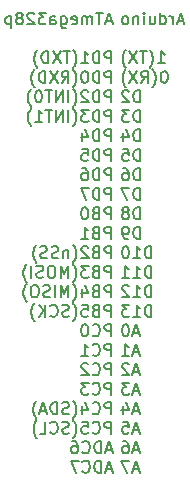
<source format=gbo>
G04 #@! TF.GenerationSoftware,KiCad,Pcbnew,(5.1.0)-1*
G04 #@! TF.CreationDate,2019-04-19T09:53:14+10:00*
G04 #@! TF.ProjectId,arduinoNanoDev,61726475-696e-46f4-9e61-6e6f4465762e,rev?*
G04 #@! TF.SameCoordinates,Original*
G04 #@! TF.FileFunction,Legend,Bot*
G04 #@! TF.FilePolarity,Positive*
%FSLAX46Y46*%
G04 Gerber Fmt 4.6, Leading zero omitted, Abs format (unit mm)*
G04 Created by KiCad (PCBNEW (5.1.0)-1) date 2019-04-19 09:53:14*
%MOMM*%
%LPD*%
G04 APERTURE LIST*
%ADD10C,0.150000*%
G04 APERTURE END LIST*
D10*
X228812023Y-57691666D02*
X228335833Y-57691666D01*
X228907261Y-57977380D02*
X228573928Y-56977380D01*
X228240595Y-57977380D01*
X228050119Y-56977380D02*
X227478690Y-56977380D01*
X227764404Y-57977380D02*
X227764404Y-56977380D01*
X227145357Y-57977380D02*
X227145357Y-57310714D01*
X227145357Y-57405952D02*
X227097738Y-57358333D01*
X227002500Y-57310714D01*
X226859642Y-57310714D01*
X226764404Y-57358333D01*
X226716785Y-57453571D01*
X226716785Y-57977380D01*
X226716785Y-57453571D02*
X226669166Y-57358333D01*
X226573928Y-57310714D01*
X226431071Y-57310714D01*
X226335833Y-57358333D01*
X226288214Y-57453571D01*
X226288214Y-57977380D01*
X225431071Y-57929761D02*
X225526309Y-57977380D01*
X225716785Y-57977380D01*
X225812023Y-57929761D01*
X225859642Y-57834523D01*
X225859642Y-57453571D01*
X225812023Y-57358333D01*
X225716785Y-57310714D01*
X225526309Y-57310714D01*
X225431071Y-57358333D01*
X225383452Y-57453571D01*
X225383452Y-57548809D01*
X225859642Y-57644047D01*
X224526309Y-57310714D02*
X224526309Y-58120238D01*
X224573928Y-58215476D01*
X224621547Y-58263095D01*
X224716785Y-58310714D01*
X224859642Y-58310714D01*
X224954880Y-58263095D01*
X224526309Y-57929761D02*
X224621547Y-57977380D01*
X224812023Y-57977380D01*
X224907261Y-57929761D01*
X224954880Y-57882142D01*
X225002500Y-57786904D01*
X225002500Y-57501190D01*
X224954880Y-57405952D01*
X224907261Y-57358333D01*
X224812023Y-57310714D01*
X224621547Y-57310714D01*
X224526309Y-57358333D01*
X223621547Y-57977380D02*
X223621547Y-57453571D01*
X223669166Y-57358333D01*
X223764404Y-57310714D01*
X223954880Y-57310714D01*
X224050119Y-57358333D01*
X223621547Y-57929761D02*
X223716785Y-57977380D01*
X223954880Y-57977380D01*
X224050119Y-57929761D01*
X224097738Y-57834523D01*
X224097738Y-57739285D01*
X224050119Y-57644047D01*
X223954880Y-57596428D01*
X223716785Y-57596428D01*
X223621547Y-57548809D01*
X223240595Y-56977380D02*
X222621547Y-56977380D01*
X222954880Y-57358333D01*
X222812023Y-57358333D01*
X222716785Y-57405952D01*
X222669166Y-57453571D01*
X222621547Y-57548809D01*
X222621547Y-57786904D01*
X222669166Y-57882142D01*
X222716785Y-57929761D01*
X222812023Y-57977380D01*
X223097738Y-57977380D01*
X223192976Y-57929761D01*
X223240595Y-57882142D01*
X222240595Y-57072619D02*
X222192976Y-57025000D01*
X222097738Y-56977380D01*
X221859642Y-56977380D01*
X221764404Y-57025000D01*
X221716785Y-57072619D01*
X221669166Y-57167857D01*
X221669166Y-57263095D01*
X221716785Y-57405952D01*
X222288214Y-57977380D01*
X221669166Y-57977380D01*
X221097738Y-57405952D02*
X221192976Y-57358333D01*
X221240595Y-57310714D01*
X221288214Y-57215476D01*
X221288214Y-57167857D01*
X221240595Y-57072619D01*
X221192976Y-57025000D01*
X221097738Y-56977380D01*
X220907261Y-56977380D01*
X220812023Y-57025000D01*
X220764404Y-57072619D01*
X220716785Y-57167857D01*
X220716785Y-57215476D01*
X220764404Y-57310714D01*
X220812023Y-57358333D01*
X220907261Y-57405952D01*
X221097738Y-57405952D01*
X221192976Y-57453571D01*
X221240595Y-57501190D01*
X221288214Y-57596428D01*
X221288214Y-57786904D01*
X221240595Y-57882142D01*
X221192976Y-57929761D01*
X221097738Y-57977380D01*
X220907261Y-57977380D01*
X220812023Y-57929761D01*
X220764404Y-57882142D01*
X220716785Y-57786904D01*
X220716785Y-57596428D01*
X220764404Y-57501190D01*
X220812023Y-57453571D01*
X220907261Y-57405952D01*
X220288214Y-57310714D02*
X220288214Y-58310714D01*
X220288214Y-57358333D02*
X220192976Y-57310714D01*
X220002500Y-57310714D01*
X219907261Y-57358333D01*
X219859642Y-57405952D01*
X219812023Y-57501190D01*
X219812023Y-57786904D01*
X219859642Y-57882142D01*
X219907261Y-57929761D01*
X220002500Y-57977380D01*
X220192976Y-57977380D01*
X220288214Y-57929761D01*
X228764404Y-61277380D02*
X228764404Y-60277380D01*
X228383452Y-60277380D01*
X228288214Y-60325000D01*
X228240595Y-60372619D01*
X228192976Y-60467857D01*
X228192976Y-60610714D01*
X228240595Y-60705952D01*
X228288214Y-60753571D01*
X228383452Y-60801190D01*
X228764404Y-60801190D01*
X227764404Y-61277380D02*
X227764404Y-60277380D01*
X227526309Y-60277380D01*
X227383452Y-60325000D01*
X227288214Y-60420238D01*
X227240595Y-60515476D01*
X227192976Y-60705952D01*
X227192976Y-60848809D01*
X227240595Y-61039285D01*
X227288214Y-61134523D01*
X227383452Y-61229761D01*
X227526309Y-61277380D01*
X227764404Y-61277380D01*
X226240595Y-61277380D02*
X226812023Y-61277380D01*
X226526309Y-61277380D02*
X226526309Y-60277380D01*
X226621547Y-60420238D01*
X226716785Y-60515476D01*
X226812023Y-60563095D01*
X225526309Y-61658333D02*
X225573928Y-61610714D01*
X225669166Y-61467857D01*
X225716785Y-61372619D01*
X225764404Y-61229761D01*
X225812023Y-60991666D01*
X225812023Y-60801190D01*
X225764404Y-60563095D01*
X225716785Y-60420238D01*
X225669166Y-60325000D01*
X225573928Y-60182142D01*
X225526309Y-60134523D01*
X225288214Y-60277380D02*
X224716785Y-60277380D01*
X225002500Y-61277380D02*
X225002500Y-60277380D01*
X224478690Y-60277380D02*
X223812023Y-61277380D01*
X223812023Y-60277380D02*
X224478690Y-61277380D01*
X223431071Y-61277380D02*
X223431071Y-60277380D01*
X223192976Y-60277380D01*
X223050119Y-60325000D01*
X222954880Y-60420238D01*
X222907261Y-60515476D01*
X222859642Y-60705952D01*
X222859642Y-60848809D01*
X222907261Y-61039285D01*
X222954880Y-61134523D01*
X223050119Y-61229761D01*
X223192976Y-61277380D01*
X223431071Y-61277380D01*
X222526309Y-61658333D02*
X222478690Y-61610714D01*
X222383452Y-61467857D01*
X222335833Y-61372619D01*
X222288214Y-61229761D01*
X222240595Y-60991666D01*
X222240595Y-60801190D01*
X222288214Y-60563095D01*
X222335833Y-60420238D01*
X222383452Y-60325000D01*
X222478690Y-60182142D01*
X222526309Y-60134523D01*
X228764404Y-62927380D02*
X228764404Y-61927380D01*
X228383452Y-61927380D01*
X228288214Y-61975000D01*
X228240595Y-62022619D01*
X228192976Y-62117857D01*
X228192976Y-62260714D01*
X228240595Y-62355952D01*
X228288214Y-62403571D01*
X228383452Y-62451190D01*
X228764404Y-62451190D01*
X227764404Y-62927380D02*
X227764404Y-61927380D01*
X227526309Y-61927380D01*
X227383452Y-61975000D01*
X227288214Y-62070238D01*
X227240595Y-62165476D01*
X227192976Y-62355952D01*
X227192976Y-62498809D01*
X227240595Y-62689285D01*
X227288214Y-62784523D01*
X227383452Y-62879761D01*
X227526309Y-62927380D01*
X227764404Y-62927380D01*
X226573928Y-61927380D02*
X226478690Y-61927380D01*
X226383452Y-61975000D01*
X226335833Y-62022619D01*
X226288214Y-62117857D01*
X226240595Y-62308333D01*
X226240595Y-62546428D01*
X226288214Y-62736904D01*
X226335833Y-62832142D01*
X226383452Y-62879761D01*
X226478690Y-62927380D01*
X226573928Y-62927380D01*
X226669166Y-62879761D01*
X226716785Y-62832142D01*
X226764404Y-62736904D01*
X226812023Y-62546428D01*
X226812023Y-62308333D01*
X226764404Y-62117857D01*
X226716785Y-62022619D01*
X226669166Y-61975000D01*
X226573928Y-61927380D01*
X225526309Y-63308333D02*
X225573928Y-63260714D01*
X225669166Y-63117857D01*
X225716785Y-63022619D01*
X225764404Y-62879761D01*
X225812023Y-62641666D01*
X225812023Y-62451190D01*
X225764404Y-62213095D01*
X225716785Y-62070238D01*
X225669166Y-61975000D01*
X225573928Y-61832142D01*
X225526309Y-61784523D01*
X224573928Y-62927380D02*
X224907261Y-62451190D01*
X225145357Y-62927380D02*
X225145357Y-61927380D01*
X224764404Y-61927380D01*
X224669166Y-61975000D01*
X224621547Y-62022619D01*
X224573928Y-62117857D01*
X224573928Y-62260714D01*
X224621547Y-62355952D01*
X224669166Y-62403571D01*
X224764404Y-62451190D01*
X225145357Y-62451190D01*
X224240595Y-61927380D02*
X223573928Y-62927380D01*
X223573928Y-61927380D02*
X224240595Y-62927380D01*
X223192976Y-62927380D02*
X223192976Y-61927380D01*
X222954880Y-61927380D01*
X222812023Y-61975000D01*
X222716785Y-62070238D01*
X222669166Y-62165476D01*
X222621547Y-62355952D01*
X222621547Y-62498809D01*
X222669166Y-62689285D01*
X222716785Y-62784523D01*
X222812023Y-62879761D01*
X222954880Y-62927380D01*
X223192976Y-62927380D01*
X222288214Y-63308333D02*
X222240595Y-63260714D01*
X222145357Y-63117857D01*
X222097738Y-63022619D01*
X222050119Y-62879761D01*
X222002500Y-62641666D01*
X222002500Y-62451190D01*
X222050119Y-62213095D01*
X222097738Y-62070238D01*
X222145357Y-61975000D01*
X222240595Y-61832142D01*
X222288214Y-61784523D01*
X228764404Y-64577380D02*
X228764404Y-63577380D01*
X228383452Y-63577380D01*
X228288214Y-63625000D01*
X228240595Y-63672619D01*
X228192976Y-63767857D01*
X228192976Y-63910714D01*
X228240595Y-64005952D01*
X228288214Y-64053571D01*
X228383452Y-64101190D01*
X228764404Y-64101190D01*
X227764404Y-64577380D02*
X227764404Y-63577380D01*
X227526309Y-63577380D01*
X227383452Y-63625000D01*
X227288214Y-63720238D01*
X227240595Y-63815476D01*
X227192976Y-64005952D01*
X227192976Y-64148809D01*
X227240595Y-64339285D01*
X227288214Y-64434523D01*
X227383452Y-64529761D01*
X227526309Y-64577380D01*
X227764404Y-64577380D01*
X226812023Y-63672619D02*
X226764404Y-63625000D01*
X226669166Y-63577380D01*
X226431071Y-63577380D01*
X226335833Y-63625000D01*
X226288214Y-63672619D01*
X226240595Y-63767857D01*
X226240595Y-63863095D01*
X226288214Y-64005952D01*
X226859642Y-64577380D01*
X226240595Y-64577380D01*
X225526309Y-64958333D02*
X225573928Y-64910714D01*
X225669166Y-64767857D01*
X225716785Y-64672619D01*
X225764404Y-64529761D01*
X225812023Y-64291666D01*
X225812023Y-64101190D01*
X225764404Y-63863095D01*
X225716785Y-63720238D01*
X225669166Y-63625000D01*
X225573928Y-63482142D01*
X225526309Y-63434523D01*
X225145357Y-64577380D02*
X225145357Y-63577380D01*
X224669166Y-64577380D02*
X224669166Y-63577380D01*
X224097738Y-64577380D01*
X224097738Y-63577380D01*
X223764404Y-63577380D02*
X223192976Y-63577380D01*
X223478690Y-64577380D02*
X223478690Y-63577380D01*
X222669166Y-63577380D02*
X222573928Y-63577380D01*
X222478690Y-63625000D01*
X222431071Y-63672619D01*
X222383452Y-63767857D01*
X222335833Y-63958333D01*
X222335833Y-64196428D01*
X222383452Y-64386904D01*
X222431071Y-64482142D01*
X222478690Y-64529761D01*
X222573928Y-64577380D01*
X222669166Y-64577380D01*
X222764404Y-64529761D01*
X222812023Y-64482142D01*
X222859642Y-64386904D01*
X222907261Y-64196428D01*
X222907261Y-63958333D01*
X222859642Y-63767857D01*
X222812023Y-63672619D01*
X222764404Y-63625000D01*
X222669166Y-63577380D01*
X222002500Y-64958333D02*
X221954880Y-64910714D01*
X221859642Y-64767857D01*
X221812023Y-64672619D01*
X221764404Y-64529761D01*
X221716785Y-64291666D01*
X221716785Y-64101190D01*
X221764404Y-63863095D01*
X221812023Y-63720238D01*
X221859642Y-63625000D01*
X221954880Y-63482142D01*
X222002500Y-63434523D01*
X228764404Y-66227380D02*
X228764404Y-65227380D01*
X228383452Y-65227380D01*
X228288214Y-65275000D01*
X228240595Y-65322619D01*
X228192976Y-65417857D01*
X228192976Y-65560714D01*
X228240595Y-65655952D01*
X228288214Y-65703571D01*
X228383452Y-65751190D01*
X228764404Y-65751190D01*
X227764404Y-66227380D02*
X227764404Y-65227380D01*
X227526309Y-65227380D01*
X227383452Y-65275000D01*
X227288214Y-65370238D01*
X227240595Y-65465476D01*
X227192976Y-65655952D01*
X227192976Y-65798809D01*
X227240595Y-65989285D01*
X227288214Y-66084523D01*
X227383452Y-66179761D01*
X227526309Y-66227380D01*
X227764404Y-66227380D01*
X226859642Y-65227380D02*
X226240595Y-65227380D01*
X226573928Y-65608333D01*
X226431071Y-65608333D01*
X226335833Y-65655952D01*
X226288214Y-65703571D01*
X226240595Y-65798809D01*
X226240595Y-66036904D01*
X226288214Y-66132142D01*
X226335833Y-66179761D01*
X226431071Y-66227380D01*
X226716785Y-66227380D01*
X226812023Y-66179761D01*
X226859642Y-66132142D01*
X225526309Y-66608333D02*
X225573928Y-66560714D01*
X225669166Y-66417857D01*
X225716785Y-66322619D01*
X225764404Y-66179761D01*
X225812023Y-65941666D01*
X225812023Y-65751190D01*
X225764404Y-65513095D01*
X225716785Y-65370238D01*
X225669166Y-65275000D01*
X225573928Y-65132142D01*
X225526309Y-65084523D01*
X225145357Y-66227380D02*
X225145357Y-65227380D01*
X224669166Y-66227380D02*
X224669166Y-65227380D01*
X224097738Y-66227380D01*
X224097738Y-65227380D01*
X223764404Y-65227380D02*
X223192976Y-65227380D01*
X223478690Y-66227380D02*
X223478690Y-65227380D01*
X222335833Y-66227380D02*
X222907261Y-66227380D01*
X222621547Y-66227380D02*
X222621547Y-65227380D01*
X222716785Y-65370238D01*
X222812023Y-65465476D01*
X222907261Y-65513095D01*
X222002500Y-66608333D02*
X221954880Y-66560714D01*
X221859642Y-66417857D01*
X221812023Y-66322619D01*
X221764404Y-66179761D01*
X221716785Y-65941666D01*
X221716785Y-65751190D01*
X221764404Y-65513095D01*
X221812023Y-65370238D01*
X221859642Y-65275000D01*
X221954880Y-65132142D01*
X222002500Y-65084523D01*
X228764404Y-67877380D02*
X228764404Y-66877380D01*
X228383452Y-66877380D01*
X228288214Y-66925000D01*
X228240595Y-66972619D01*
X228192976Y-67067857D01*
X228192976Y-67210714D01*
X228240595Y-67305952D01*
X228288214Y-67353571D01*
X228383452Y-67401190D01*
X228764404Y-67401190D01*
X227764404Y-67877380D02*
X227764404Y-66877380D01*
X227526309Y-66877380D01*
X227383452Y-66925000D01*
X227288214Y-67020238D01*
X227240595Y-67115476D01*
X227192976Y-67305952D01*
X227192976Y-67448809D01*
X227240595Y-67639285D01*
X227288214Y-67734523D01*
X227383452Y-67829761D01*
X227526309Y-67877380D01*
X227764404Y-67877380D01*
X226335833Y-67210714D02*
X226335833Y-67877380D01*
X226573928Y-66829761D02*
X226812023Y-67544047D01*
X226192976Y-67544047D01*
X228764404Y-69527380D02*
X228764404Y-68527380D01*
X228383452Y-68527380D01*
X228288214Y-68575000D01*
X228240595Y-68622619D01*
X228192976Y-68717857D01*
X228192976Y-68860714D01*
X228240595Y-68955952D01*
X228288214Y-69003571D01*
X228383452Y-69051190D01*
X228764404Y-69051190D01*
X227764404Y-69527380D02*
X227764404Y-68527380D01*
X227526309Y-68527380D01*
X227383452Y-68575000D01*
X227288214Y-68670238D01*
X227240595Y-68765476D01*
X227192976Y-68955952D01*
X227192976Y-69098809D01*
X227240595Y-69289285D01*
X227288214Y-69384523D01*
X227383452Y-69479761D01*
X227526309Y-69527380D01*
X227764404Y-69527380D01*
X226288214Y-68527380D02*
X226764404Y-68527380D01*
X226812023Y-69003571D01*
X226764404Y-68955952D01*
X226669166Y-68908333D01*
X226431071Y-68908333D01*
X226335833Y-68955952D01*
X226288214Y-69003571D01*
X226240595Y-69098809D01*
X226240595Y-69336904D01*
X226288214Y-69432142D01*
X226335833Y-69479761D01*
X226431071Y-69527380D01*
X226669166Y-69527380D01*
X226764404Y-69479761D01*
X226812023Y-69432142D01*
X228764404Y-71177380D02*
X228764404Y-70177380D01*
X228383452Y-70177380D01*
X228288214Y-70225000D01*
X228240595Y-70272619D01*
X228192976Y-70367857D01*
X228192976Y-70510714D01*
X228240595Y-70605952D01*
X228288214Y-70653571D01*
X228383452Y-70701190D01*
X228764404Y-70701190D01*
X227764404Y-71177380D02*
X227764404Y-70177380D01*
X227526309Y-70177380D01*
X227383452Y-70225000D01*
X227288214Y-70320238D01*
X227240595Y-70415476D01*
X227192976Y-70605952D01*
X227192976Y-70748809D01*
X227240595Y-70939285D01*
X227288214Y-71034523D01*
X227383452Y-71129761D01*
X227526309Y-71177380D01*
X227764404Y-71177380D01*
X226335833Y-70177380D02*
X226526309Y-70177380D01*
X226621547Y-70225000D01*
X226669166Y-70272619D01*
X226764404Y-70415476D01*
X226812023Y-70605952D01*
X226812023Y-70986904D01*
X226764404Y-71082142D01*
X226716785Y-71129761D01*
X226621547Y-71177380D01*
X226431071Y-71177380D01*
X226335833Y-71129761D01*
X226288214Y-71082142D01*
X226240595Y-70986904D01*
X226240595Y-70748809D01*
X226288214Y-70653571D01*
X226335833Y-70605952D01*
X226431071Y-70558333D01*
X226621547Y-70558333D01*
X226716785Y-70605952D01*
X226764404Y-70653571D01*
X226812023Y-70748809D01*
X228764404Y-72827380D02*
X228764404Y-71827380D01*
X228383452Y-71827380D01*
X228288214Y-71875000D01*
X228240595Y-71922619D01*
X228192976Y-72017857D01*
X228192976Y-72160714D01*
X228240595Y-72255952D01*
X228288214Y-72303571D01*
X228383452Y-72351190D01*
X228764404Y-72351190D01*
X227764404Y-72827380D02*
X227764404Y-71827380D01*
X227526309Y-71827380D01*
X227383452Y-71875000D01*
X227288214Y-71970238D01*
X227240595Y-72065476D01*
X227192976Y-72255952D01*
X227192976Y-72398809D01*
X227240595Y-72589285D01*
X227288214Y-72684523D01*
X227383452Y-72779761D01*
X227526309Y-72827380D01*
X227764404Y-72827380D01*
X226859642Y-71827380D02*
X226192976Y-71827380D01*
X226621547Y-72827380D01*
X228764404Y-74477380D02*
X228764404Y-73477380D01*
X228383452Y-73477380D01*
X228288214Y-73525000D01*
X228240595Y-73572619D01*
X228192976Y-73667857D01*
X228192976Y-73810714D01*
X228240595Y-73905952D01*
X228288214Y-73953571D01*
X228383452Y-74001190D01*
X228764404Y-74001190D01*
X227431071Y-73953571D02*
X227288214Y-74001190D01*
X227240595Y-74048809D01*
X227192976Y-74144047D01*
X227192976Y-74286904D01*
X227240595Y-74382142D01*
X227288214Y-74429761D01*
X227383452Y-74477380D01*
X227764404Y-74477380D01*
X227764404Y-73477380D01*
X227431071Y-73477380D01*
X227335833Y-73525000D01*
X227288214Y-73572619D01*
X227240595Y-73667857D01*
X227240595Y-73763095D01*
X227288214Y-73858333D01*
X227335833Y-73905952D01*
X227431071Y-73953571D01*
X227764404Y-73953571D01*
X226573928Y-73477380D02*
X226478690Y-73477380D01*
X226383452Y-73525000D01*
X226335833Y-73572619D01*
X226288214Y-73667857D01*
X226240595Y-73858333D01*
X226240595Y-74096428D01*
X226288214Y-74286904D01*
X226335833Y-74382142D01*
X226383452Y-74429761D01*
X226478690Y-74477380D01*
X226573928Y-74477380D01*
X226669166Y-74429761D01*
X226716785Y-74382142D01*
X226764404Y-74286904D01*
X226812023Y-74096428D01*
X226812023Y-73858333D01*
X226764404Y-73667857D01*
X226716785Y-73572619D01*
X226669166Y-73525000D01*
X226573928Y-73477380D01*
X228764404Y-76127380D02*
X228764404Y-75127380D01*
X228383452Y-75127380D01*
X228288214Y-75175000D01*
X228240595Y-75222619D01*
X228192976Y-75317857D01*
X228192976Y-75460714D01*
X228240595Y-75555952D01*
X228288214Y-75603571D01*
X228383452Y-75651190D01*
X228764404Y-75651190D01*
X227431071Y-75603571D02*
X227288214Y-75651190D01*
X227240595Y-75698809D01*
X227192976Y-75794047D01*
X227192976Y-75936904D01*
X227240595Y-76032142D01*
X227288214Y-76079761D01*
X227383452Y-76127380D01*
X227764404Y-76127380D01*
X227764404Y-75127380D01*
X227431071Y-75127380D01*
X227335833Y-75175000D01*
X227288214Y-75222619D01*
X227240595Y-75317857D01*
X227240595Y-75413095D01*
X227288214Y-75508333D01*
X227335833Y-75555952D01*
X227431071Y-75603571D01*
X227764404Y-75603571D01*
X226240595Y-76127380D02*
X226812023Y-76127380D01*
X226526309Y-76127380D02*
X226526309Y-75127380D01*
X226621547Y-75270238D01*
X226716785Y-75365476D01*
X226812023Y-75413095D01*
X228764404Y-77777380D02*
X228764404Y-76777380D01*
X228383452Y-76777380D01*
X228288214Y-76825000D01*
X228240595Y-76872619D01*
X228192976Y-76967857D01*
X228192976Y-77110714D01*
X228240595Y-77205952D01*
X228288214Y-77253571D01*
X228383452Y-77301190D01*
X228764404Y-77301190D01*
X227431071Y-77253571D02*
X227288214Y-77301190D01*
X227240595Y-77348809D01*
X227192976Y-77444047D01*
X227192976Y-77586904D01*
X227240595Y-77682142D01*
X227288214Y-77729761D01*
X227383452Y-77777380D01*
X227764404Y-77777380D01*
X227764404Y-76777380D01*
X227431071Y-76777380D01*
X227335833Y-76825000D01*
X227288214Y-76872619D01*
X227240595Y-76967857D01*
X227240595Y-77063095D01*
X227288214Y-77158333D01*
X227335833Y-77205952D01*
X227431071Y-77253571D01*
X227764404Y-77253571D01*
X226812023Y-76872619D02*
X226764404Y-76825000D01*
X226669166Y-76777380D01*
X226431071Y-76777380D01*
X226335833Y-76825000D01*
X226288214Y-76872619D01*
X226240595Y-76967857D01*
X226240595Y-77063095D01*
X226288214Y-77205952D01*
X226859642Y-77777380D01*
X226240595Y-77777380D01*
X225526309Y-78158333D02*
X225573928Y-78110714D01*
X225669166Y-77967857D01*
X225716785Y-77872619D01*
X225764404Y-77729761D01*
X225812023Y-77491666D01*
X225812023Y-77301190D01*
X225764404Y-77063095D01*
X225716785Y-76920238D01*
X225669166Y-76825000D01*
X225573928Y-76682142D01*
X225526309Y-76634523D01*
X225145357Y-77110714D02*
X225145357Y-77777380D01*
X225145357Y-77205952D02*
X225097738Y-77158333D01*
X225002500Y-77110714D01*
X224859642Y-77110714D01*
X224764404Y-77158333D01*
X224716785Y-77253571D01*
X224716785Y-77777380D01*
X224288214Y-77729761D02*
X224145357Y-77777380D01*
X223907261Y-77777380D01*
X223812023Y-77729761D01*
X223764404Y-77682142D01*
X223716785Y-77586904D01*
X223716785Y-77491666D01*
X223764404Y-77396428D01*
X223812023Y-77348809D01*
X223907261Y-77301190D01*
X224097738Y-77253571D01*
X224192976Y-77205952D01*
X224240595Y-77158333D01*
X224288214Y-77063095D01*
X224288214Y-76967857D01*
X224240595Y-76872619D01*
X224192976Y-76825000D01*
X224097738Y-76777380D01*
X223859642Y-76777380D01*
X223716785Y-76825000D01*
X223335833Y-77729761D02*
X223192976Y-77777380D01*
X222954880Y-77777380D01*
X222859642Y-77729761D01*
X222812023Y-77682142D01*
X222764404Y-77586904D01*
X222764404Y-77491666D01*
X222812023Y-77396428D01*
X222859642Y-77348809D01*
X222954880Y-77301190D01*
X223145357Y-77253571D01*
X223240595Y-77205952D01*
X223288214Y-77158333D01*
X223335833Y-77063095D01*
X223335833Y-76967857D01*
X223288214Y-76872619D01*
X223240595Y-76825000D01*
X223145357Y-76777380D01*
X222907261Y-76777380D01*
X222764404Y-76825000D01*
X222431071Y-78158333D02*
X222383452Y-78110714D01*
X222288214Y-77967857D01*
X222240595Y-77872619D01*
X222192976Y-77729761D01*
X222145357Y-77491666D01*
X222145357Y-77301190D01*
X222192976Y-77063095D01*
X222240595Y-76920238D01*
X222288214Y-76825000D01*
X222383452Y-76682142D01*
X222431071Y-76634523D01*
X228764404Y-79427380D02*
X228764404Y-78427380D01*
X228383452Y-78427380D01*
X228288214Y-78475000D01*
X228240595Y-78522619D01*
X228192976Y-78617857D01*
X228192976Y-78760714D01*
X228240595Y-78855952D01*
X228288214Y-78903571D01*
X228383452Y-78951190D01*
X228764404Y-78951190D01*
X227431071Y-78903571D02*
X227288214Y-78951190D01*
X227240595Y-78998809D01*
X227192976Y-79094047D01*
X227192976Y-79236904D01*
X227240595Y-79332142D01*
X227288214Y-79379761D01*
X227383452Y-79427380D01*
X227764404Y-79427380D01*
X227764404Y-78427380D01*
X227431071Y-78427380D01*
X227335833Y-78475000D01*
X227288214Y-78522619D01*
X227240595Y-78617857D01*
X227240595Y-78713095D01*
X227288214Y-78808333D01*
X227335833Y-78855952D01*
X227431071Y-78903571D01*
X227764404Y-78903571D01*
X226859642Y-78427380D02*
X226240595Y-78427380D01*
X226573928Y-78808333D01*
X226431071Y-78808333D01*
X226335833Y-78855952D01*
X226288214Y-78903571D01*
X226240595Y-78998809D01*
X226240595Y-79236904D01*
X226288214Y-79332142D01*
X226335833Y-79379761D01*
X226431071Y-79427380D01*
X226716785Y-79427380D01*
X226812023Y-79379761D01*
X226859642Y-79332142D01*
X225526309Y-79808333D02*
X225573928Y-79760714D01*
X225669166Y-79617857D01*
X225716785Y-79522619D01*
X225764404Y-79379761D01*
X225812023Y-79141666D01*
X225812023Y-78951190D01*
X225764404Y-78713095D01*
X225716785Y-78570238D01*
X225669166Y-78475000D01*
X225573928Y-78332142D01*
X225526309Y-78284523D01*
X225145357Y-79427380D02*
X225145357Y-78427380D01*
X224812023Y-79141666D01*
X224478690Y-78427380D01*
X224478690Y-79427380D01*
X223812023Y-78427380D02*
X223621547Y-78427380D01*
X223526309Y-78475000D01*
X223431071Y-78570238D01*
X223383452Y-78760714D01*
X223383452Y-79094047D01*
X223431071Y-79284523D01*
X223526309Y-79379761D01*
X223621547Y-79427380D01*
X223812023Y-79427380D01*
X223907261Y-79379761D01*
X224002500Y-79284523D01*
X224050119Y-79094047D01*
X224050119Y-78760714D01*
X224002500Y-78570238D01*
X223907261Y-78475000D01*
X223812023Y-78427380D01*
X223002500Y-79379761D02*
X222859642Y-79427380D01*
X222621547Y-79427380D01*
X222526309Y-79379761D01*
X222478690Y-79332142D01*
X222431071Y-79236904D01*
X222431071Y-79141666D01*
X222478690Y-79046428D01*
X222526309Y-78998809D01*
X222621547Y-78951190D01*
X222812023Y-78903571D01*
X222907261Y-78855952D01*
X222954880Y-78808333D01*
X223002500Y-78713095D01*
X223002500Y-78617857D01*
X222954880Y-78522619D01*
X222907261Y-78475000D01*
X222812023Y-78427380D01*
X222573928Y-78427380D01*
X222431071Y-78475000D01*
X222002500Y-79427380D02*
X222002500Y-78427380D01*
X221621547Y-79808333D02*
X221573928Y-79760714D01*
X221478690Y-79617857D01*
X221431071Y-79522619D01*
X221383452Y-79379761D01*
X221335833Y-79141666D01*
X221335833Y-78951190D01*
X221383452Y-78713095D01*
X221431071Y-78570238D01*
X221478690Y-78475000D01*
X221573928Y-78332142D01*
X221621547Y-78284523D01*
X228764404Y-81077380D02*
X228764404Y-80077380D01*
X228383452Y-80077380D01*
X228288214Y-80125000D01*
X228240595Y-80172619D01*
X228192976Y-80267857D01*
X228192976Y-80410714D01*
X228240595Y-80505952D01*
X228288214Y-80553571D01*
X228383452Y-80601190D01*
X228764404Y-80601190D01*
X227431071Y-80553571D02*
X227288214Y-80601190D01*
X227240595Y-80648809D01*
X227192976Y-80744047D01*
X227192976Y-80886904D01*
X227240595Y-80982142D01*
X227288214Y-81029761D01*
X227383452Y-81077380D01*
X227764404Y-81077380D01*
X227764404Y-80077380D01*
X227431071Y-80077380D01*
X227335833Y-80125000D01*
X227288214Y-80172619D01*
X227240595Y-80267857D01*
X227240595Y-80363095D01*
X227288214Y-80458333D01*
X227335833Y-80505952D01*
X227431071Y-80553571D01*
X227764404Y-80553571D01*
X226335833Y-80410714D02*
X226335833Y-81077380D01*
X226573928Y-80029761D02*
X226812023Y-80744047D01*
X226192976Y-80744047D01*
X225526309Y-81458333D02*
X225573928Y-81410714D01*
X225669166Y-81267857D01*
X225716785Y-81172619D01*
X225764404Y-81029761D01*
X225812023Y-80791666D01*
X225812023Y-80601190D01*
X225764404Y-80363095D01*
X225716785Y-80220238D01*
X225669166Y-80125000D01*
X225573928Y-79982142D01*
X225526309Y-79934523D01*
X225145357Y-81077380D02*
X225145357Y-80077380D01*
X224812023Y-80791666D01*
X224478690Y-80077380D01*
X224478690Y-81077380D01*
X224002500Y-81077380D02*
X224002500Y-80077380D01*
X223573928Y-81029761D02*
X223431071Y-81077380D01*
X223192976Y-81077380D01*
X223097738Y-81029761D01*
X223050119Y-80982142D01*
X223002500Y-80886904D01*
X223002500Y-80791666D01*
X223050119Y-80696428D01*
X223097738Y-80648809D01*
X223192976Y-80601190D01*
X223383452Y-80553571D01*
X223478690Y-80505952D01*
X223526309Y-80458333D01*
X223573928Y-80363095D01*
X223573928Y-80267857D01*
X223526309Y-80172619D01*
X223478690Y-80125000D01*
X223383452Y-80077380D01*
X223145357Y-80077380D01*
X223002500Y-80125000D01*
X222383452Y-80077380D02*
X222192976Y-80077380D01*
X222097738Y-80125000D01*
X222002500Y-80220238D01*
X221954880Y-80410714D01*
X221954880Y-80744047D01*
X222002500Y-80934523D01*
X222097738Y-81029761D01*
X222192976Y-81077380D01*
X222383452Y-81077380D01*
X222478690Y-81029761D01*
X222573928Y-80934523D01*
X222621547Y-80744047D01*
X222621547Y-80410714D01*
X222573928Y-80220238D01*
X222478690Y-80125000D01*
X222383452Y-80077380D01*
X221621547Y-81458333D02*
X221573928Y-81410714D01*
X221478690Y-81267857D01*
X221431071Y-81172619D01*
X221383452Y-81029761D01*
X221335833Y-80791666D01*
X221335833Y-80601190D01*
X221383452Y-80363095D01*
X221431071Y-80220238D01*
X221478690Y-80125000D01*
X221573928Y-79982142D01*
X221621547Y-79934523D01*
X228764404Y-82727380D02*
X228764404Y-81727380D01*
X228383452Y-81727380D01*
X228288214Y-81775000D01*
X228240595Y-81822619D01*
X228192976Y-81917857D01*
X228192976Y-82060714D01*
X228240595Y-82155952D01*
X228288214Y-82203571D01*
X228383452Y-82251190D01*
X228764404Y-82251190D01*
X227431071Y-82203571D02*
X227288214Y-82251190D01*
X227240595Y-82298809D01*
X227192976Y-82394047D01*
X227192976Y-82536904D01*
X227240595Y-82632142D01*
X227288214Y-82679761D01*
X227383452Y-82727380D01*
X227764404Y-82727380D01*
X227764404Y-81727380D01*
X227431071Y-81727380D01*
X227335833Y-81775000D01*
X227288214Y-81822619D01*
X227240595Y-81917857D01*
X227240595Y-82013095D01*
X227288214Y-82108333D01*
X227335833Y-82155952D01*
X227431071Y-82203571D01*
X227764404Y-82203571D01*
X226288214Y-81727380D02*
X226764404Y-81727380D01*
X226812023Y-82203571D01*
X226764404Y-82155952D01*
X226669166Y-82108333D01*
X226431071Y-82108333D01*
X226335833Y-82155952D01*
X226288214Y-82203571D01*
X226240595Y-82298809D01*
X226240595Y-82536904D01*
X226288214Y-82632142D01*
X226335833Y-82679761D01*
X226431071Y-82727380D01*
X226669166Y-82727380D01*
X226764404Y-82679761D01*
X226812023Y-82632142D01*
X225526309Y-83108333D02*
X225573928Y-83060714D01*
X225669166Y-82917857D01*
X225716785Y-82822619D01*
X225764404Y-82679761D01*
X225812023Y-82441666D01*
X225812023Y-82251190D01*
X225764404Y-82013095D01*
X225716785Y-81870238D01*
X225669166Y-81775000D01*
X225573928Y-81632142D01*
X225526309Y-81584523D01*
X225192976Y-82679761D02*
X225050119Y-82727380D01*
X224812023Y-82727380D01*
X224716785Y-82679761D01*
X224669166Y-82632142D01*
X224621547Y-82536904D01*
X224621547Y-82441666D01*
X224669166Y-82346428D01*
X224716785Y-82298809D01*
X224812023Y-82251190D01*
X225002500Y-82203571D01*
X225097738Y-82155952D01*
X225145357Y-82108333D01*
X225192976Y-82013095D01*
X225192976Y-81917857D01*
X225145357Y-81822619D01*
X225097738Y-81775000D01*
X225002500Y-81727380D01*
X224764404Y-81727380D01*
X224621547Y-81775000D01*
X223621547Y-82632142D02*
X223669166Y-82679761D01*
X223812023Y-82727380D01*
X223907261Y-82727380D01*
X224050119Y-82679761D01*
X224145357Y-82584523D01*
X224192976Y-82489285D01*
X224240595Y-82298809D01*
X224240595Y-82155952D01*
X224192976Y-81965476D01*
X224145357Y-81870238D01*
X224050119Y-81775000D01*
X223907261Y-81727380D01*
X223812023Y-81727380D01*
X223669166Y-81775000D01*
X223621547Y-81822619D01*
X223192976Y-82727380D02*
X223192976Y-81727380D01*
X222621547Y-82727380D02*
X223050119Y-82155952D01*
X222621547Y-81727380D02*
X223192976Y-82298809D01*
X222288214Y-83108333D02*
X222240595Y-83060714D01*
X222145357Y-82917857D01*
X222097738Y-82822619D01*
X222050119Y-82679761D01*
X222002500Y-82441666D01*
X222002500Y-82251190D01*
X222050119Y-82013095D01*
X222097738Y-81870238D01*
X222145357Y-81775000D01*
X222240595Y-81632142D01*
X222288214Y-81584523D01*
X228764404Y-84377380D02*
X228764404Y-83377380D01*
X228383452Y-83377380D01*
X228288214Y-83425000D01*
X228240595Y-83472619D01*
X228192976Y-83567857D01*
X228192976Y-83710714D01*
X228240595Y-83805952D01*
X228288214Y-83853571D01*
X228383452Y-83901190D01*
X228764404Y-83901190D01*
X227192976Y-84282142D02*
X227240595Y-84329761D01*
X227383452Y-84377380D01*
X227478690Y-84377380D01*
X227621547Y-84329761D01*
X227716785Y-84234523D01*
X227764404Y-84139285D01*
X227812023Y-83948809D01*
X227812023Y-83805952D01*
X227764404Y-83615476D01*
X227716785Y-83520238D01*
X227621547Y-83425000D01*
X227478690Y-83377380D01*
X227383452Y-83377380D01*
X227240595Y-83425000D01*
X227192976Y-83472619D01*
X226573928Y-83377380D02*
X226478690Y-83377380D01*
X226383452Y-83425000D01*
X226335833Y-83472619D01*
X226288214Y-83567857D01*
X226240595Y-83758333D01*
X226240595Y-83996428D01*
X226288214Y-84186904D01*
X226335833Y-84282142D01*
X226383452Y-84329761D01*
X226478690Y-84377380D01*
X226573928Y-84377380D01*
X226669166Y-84329761D01*
X226716785Y-84282142D01*
X226764404Y-84186904D01*
X226812023Y-83996428D01*
X226812023Y-83758333D01*
X226764404Y-83567857D01*
X226716785Y-83472619D01*
X226669166Y-83425000D01*
X226573928Y-83377380D01*
X228764404Y-86027380D02*
X228764404Y-85027380D01*
X228383452Y-85027380D01*
X228288214Y-85075000D01*
X228240595Y-85122619D01*
X228192976Y-85217857D01*
X228192976Y-85360714D01*
X228240595Y-85455952D01*
X228288214Y-85503571D01*
X228383452Y-85551190D01*
X228764404Y-85551190D01*
X227192976Y-85932142D02*
X227240595Y-85979761D01*
X227383452Y-86027380D01*
X227478690Y-86027380D01*
X227621547Y-85979761D01*
X227716785Y-85884523D01*
X227764404Y-85789285D01*
X227812023Y-85598809D01*
X227812023Y-85455952D01*
X227764404Y-85265476D01*
X227716785Y-85170238D01*
X227621547Y-85075000D01*
X227478690Y-85027380D01*
X227383452Y-85027380D01*
X227240595Y-85075000D01*
X227192976Y-85122619D01*
X226240595Y-86027380D02*
X226812023Y-86027380D01*
X226526309Y-86027380D02*
X226526309Y-85027380D01*
X226621547Y-85170238D01*
X226716785Y-85265476D01*
X226812023Y-85313095D01*
X228764404Y-87677380D02*
X228764404Y-86677380D01*
X228383452Y-86677380D01*
X228288214Y-86725000D01*
X228240595Y-86772619D01*
X228192976Y-86867857D01*
X228192976Y-87010714D01*
X228240595Y-87105952D01*
X228288214Y-87153571D01*
X228383452Y-87201190D01*
X228764404Y-87201190D01*
X227192976Y-87582142D02*
X227240595Y-87629761D01*
X227383452Y-87677380D01*
X227478690Y-87677380D01*
X227621547Y-87629761D01*
X227716785Y-87534523D01*
X227764404Y-87439285D01*
X227812023Y-87248809D01*
X227812023Y-87105952D01*
X227764404Y-86915476D01*
X227716785Y-86820238D01*
X227621547Y-86725000D01*
X227478690Y-86677380D01*
X227383452Y-86677380D01*
X227240595Y-86725000D01*
X227192976Y-86772619D01*
X226812023Y-86772619D02*
X226764404Y-86725000D01*
X226669166Y-86677380D01*
X226431071Y-86677380D01*
X226335833Y-86725000D01*
X226288214Y-86772619D01*
X226240595Y-86867857D01*
X226240595Y-86963095D01*
X226288214Y-87105952D01*
X226859642Y-87677380D01*
X226240595Y-87677380D01*
X228764404Y-89327380D02*
X228764404Y-88327380D01*
X228383452Y-88327380D01*
X228288214Y-88375000D01*
X228240595Y-88422619D01*
X228192976Y-88517857D01*
X228192976Y-88660714D01*
X228240595Y-88755952D01*
X228288214Y-88803571D01*
X228383452Y-88851190D01*
X228764404Y-88851190D01*
X227192976Y-89232142D02*
X227240595Y-89279761D01*
X227383452Y-89327380D01*
X227478690Y-89327380D01*
X227621547Y-89279761D01*
X227716785Y-89184523D01*
X227764404Y-89089285D01*
X227812023Y-88898809D01*
X227812023Y-88755952D01*
X227764404Y-88565476D01*
X227716785Y-88470238D01*
X227621547Y-88375000D01*
X227478690Y-88327380D01*
X227383452Y-88327380D01*
X227240595Y-88375000D01*
X227192976Y-88422619D01*
X226859642Y-88327380D02*
X226240595Y-88327380D01*
X226573928Y-88708333D01*
X226431071Y-88708333D01*
X226335833Y-88755952D01*
X226288214Y-88803571D01*
X226240595Y-88898809D01*
X226240595Y-89136904D01*
X226288214Y-89232142D01*
X226335833Y-89279761D01*
X226431071Y-89327380D01*
X226716785Y-89327380D01*
X226812023Y-89279761D01*
X226859642Y-89232142D01*
X228764404Y-90977380D02*
X228764404Y-89977380D01*
X228383452Y-89977380D01*
X228288214Y-90025000D01*
X228240595Y-90072619D01*
X228192976Y-90167857D01*
X228192976Y-90310714D01*
X228240595Y-90405952D01*
X228288214Y-90453571D01*
X228383452Y-90501190D01*
X228764404Y-90501190D01*
X227192976Y-90882142D02*
X227240595Y-90929761D01*
X227383452Y-90977380D01*
X227478690Y-90977380D01*
X227621547Y-90929761D01*
X227716785Y-90834523D01*
X227764404Y-90739285D01*
X227812023Y-90548809D01*
X227812023Y-90405952D01*
X227764404Y-90215476D01*
X227716785Y-90120238D01*
X227621547Y-90025000D01*
X227478690Y-89977380D01*
X227383452Y-89977380D01*
X227240595Y-90025000D01*
X227192976Y-90072619D01*
X226335833Y-90310714D02*
X226335833Y-90977380D01*
X226573928Y-89929761D02*
X226812023Y-90644047D01*
X226192976Y-90644047D01*
X225526309Y-91358333D02*
X225573928Y-91310714D01*
X225669166Y-91167857D01*
X225716785Y-91072619D01*
X225764404Y-90929761D01*
X225812023Y-90691666D01*
X225812023Y-90501190D01*
X225764404Y-90263095D01*
X225716785Y-90120238D01*
X225669166Y-90025000D01*
X225573928Y-89882142D01*
X225526309Y-89834523D01*
X225192976Y-90929761D02*
X225050119Y-90977380D01*
X224812023Y-90977380D01*
X224716785Y-90929761D01*
X224669166Y-90882142D01*
X224621547Y-90786904D01*
X224621547Y-90691666D01*
X224669166Y-90596428D01*
X224716785Y-90548809D01*
X224812023Y-90501190D01*
X225002500Y-90453571D01*
X225097738Y-90405952D01*
X225145357Y-90358333D01*
X225192976Y-90263095D01*
X225192976Y-90167857D01*
X225145357Y-90072619D01*
X225097738Y-90025000D01*
X225002500Y-89977380D01*
X224764404Y-89977380D01*
X224621547Y-90025000D01*
X224192976Y-90977380D02*
X224192976Y-89977380D01*
X223954880Y-89977380D01*
X223812023Y-90025000D01*
X223716785Y-90120238D01*
X223669166Y-90215476D01*
X223621547Y-90405952D01*
X223621547Y-90548809D01*
X223669166Y-90739285D01*
X223716785Y-90834523D01*
X223812023Y-90929761D01*
X223954880Y-90977380D01*
X224192976Y-90977380D01*
X223240595Y-90691666D02*
X222764404Y-90691666D01*
X223335833Y-90977380D02*
X223002500Y-89977380D01*
X222669166Y-90977380D01*
X222431071Y-91358333D02*
X222383452Y-91310714D01*
X222288214Y-91167857D01*
X222240595Y-91072619D01*
X222192976Y-90929761D01*
X222145357Y-90691666D01*
X222145357Y-90501190D01*
X222192976Y-90263095D01*
X222240595Y-90120238D01*
X222288214Y-90025000D01*
X222383452Y-89882142D01*
X222431071Y-89834523D01*
X228764404Y-92627380D02*
X228764404Y-91627380D01*
X228383452Y-91627380D01*
X228288214Y-91675000D01*
X228240595Y-91722619D01*
X228192976Y-91817857D01*
X228192976Y-91960714D01*
X228240595Y-92055952D01*
X228288214Y-92103571D01*
X228383452Y-92151190D01*
X228764404Y-92151190D01*
X227192976Y-92532142D02*
X227240595Y-92579761D01*
X227383452Y-92627380D01*
X227478690Y-92627380D01*
X227621547Y-92579761D01*
X227716785Y-92484523D01*
X227764404Y-92389285D01*
X227812023Y-92198809D01*
X227812023Y-92055952D01*
X227764404Y-91865476D01*
X227716785Y-91770238D01*
X227621547Y-91675000D01*
X227478690Y-91627380D01*
X227383452Y-91627380D01*
X227240595Y-91675000D01*
X227192976Y-91722619D01*
X226288214Y-91627380D02*
X226764404Y-91627380D01*
X226812023Y-92103571D01*
X226764404Y-92055952D01*
X226669166Y-92008333D01*
X226431071Y-92008333D01*
X226335833Y-92055952D01*
X226288214Y-92103571D01*
X226240595Y-92198809D01*
X226240595Y-92436904D01*
X226288214Y-92532142D01*
X226335833Y-92579761D01*
X226431071Y-92627380D01*
X226669166Y-92627380D01*
X226764404Y-92579761D01*
X226812023Y-92532142D01*
X225526309Y-93008333D02*
X225573928Y-92960714D01*
X225669166Y-92817857D01*
X225716785Y-92722619D01*
X225764404Y-92579761D01*
X225812023Y-92341666D01*
X225812023Y-92151190D01*
X225764404Y-91913095D01*
X225716785Y-91770238D01*
X225669166Y-91675000D01*
X225573928Y-91532142D01*
X225526309Y-91484523D01*
X225192976Y-92579761D02*
X225050119Y-92627380D01*
X224812023Y-92627380D01*
X224716785Y-92579761D01*
X224669166Y-92532142D01*
X224621547Y-92436904D01*
X224621547Y-92341666D01*
X224669166Y-92246428D01*
X224716785Y-92198809D01*
X224812023Y-92151190D01*
X225002500Y-92103571D01*
X225097738Y-92055952D01*
X225145357Y-92008333D01*
X225192976Y-91913095D01*
X225192976Y-91817857D01*
X225145357Y-91722619D01*
X225097738Y-91675000D01*
X225002500Y-91627380D01*
X224764404Y-91627380D01*
X224621547Y-91675000D01*
X223621547Y-92532142D02*
X223669166Y-92579761D01*
X223812023Y-92627380D01*
X223907261Y-92627380D01*
X224050119Y-92579761D01*
X224145357Y-92484523D01*
X224192976Y-92389285D01*
X224240595Y-92198809D01*
X224240595Y-92055952D01*
X224192976Y-91865476D01*
X224145357Y-91770238D01*
X224050119Y-91675000D01*
X223907261Y-91627380D01*
X223812023Y-91627380D01*
X223669166Y-91675000D01*
X223621547Y-91722619D01*
X222716785Y-92627380D02*
X223192976Y-92627380D01*
X223192976Y-91627380D01*
X222478690Y-93008333D02*
X222431071Y-92960714D01*
X222335833Y-92817857D01*
X222288214Y-92722619D01*
X222240595Y-92579761D01*
X222192976Y-92341666D01*
X222192976Y-92151190D01*
X222240595Y-91913095D01*
X222288214Y-91770238D01*
X222335833Y-91675000D01*
X222431071Y-91532142D01*
X222478690Y-91484523D01*
X228812023Y-93991666D02*
X228335833Y-93991666D01*
X228907261Y-94277380D02*
X228573928Y-93277380D01*
X228240595Y-94277380D01*
X227907261Y-94277380D02*
X227907261Y-93277380D01*
X227669166Y-93277380D01*
X227526309Y-93325000D01*
X227431071Y-93420238D01*
X227383452Y-93515476D01*
X227335833Y-93705952D01*
X227335833Y-93848809D01*
X227383452Y-94039285D01*
X227431071Y-94134523D01*
X227526309Y-94229761D01*
X227669166Y-94277380D01*
X227907261Y-94277380D01*
X226335833Y-94182142D02*
X226383452Y-94229761D01*
X226526309Y-94277380D01*
X226621547Y-94277380D01*
X226764404Y-94229761D01*
X226859642Y-94134523D01*
X226907261Y-94039285D01*
X226954880Y-93848809D01*
X226954880Y-93705952D01*
X226907261Y-93515476D01*
X226859642Y-93420238D01*
X226764404Y-93325000D01*
X226621547Y-93277380D01*
X226526309Y-93277380D01*
X226383452Y-93325000D01*
X226335833Y-93372619D01*
X225478690Y-93277380D02*
X225669166Y-93277380D01*
X225764404Y-93325000D01*
X225812023Y-93372619D01*
X225907261Y-93515476D01*
X225954880Y-93705952D01*
X225954880Y-94086904D01*
X225907261Y-94182142D01*
X225859642Y-94229761D01*
X225764404Y-94277380D01*
X225573928Y-94277380D01*
X225478690Y-94229761D01*
X225431071Y-94182142D01*
X225383452Y-94086904D01*
X225383452Y-93848809D01*
X225431071Y-93753571D01*
X225478690Y-93705952D01*
X225573928Y-93658333D01*
X225764404Y-93658333D01*
X225859642Y-93705952D01*
X225907261Y-93753571D01*
X225954880Y-93848809D01*
X228812023Y-95641666D02*
X228335833Y-95641666D01*
X228907261Y-95927380D02*
X228573928Y-94927380D01*
X228240595Y-95927380D01*
X227907261Y-95927380D02*
X227907261Y-94927380D01*
X227669166Y-94927380D01*
X227526309Y-94975000D01*
X227431071Y-95070238D01*
X227383452Y-95165476D01*
X227335833Y-95355952D01*
X227335833Y-95498809D01*
X227383452Y-95689285D01*
X227431071Y-95784523D01*
X227526309Y-95879761D01*
X227669166Y-95927380D01*
X227907261Y-95927380D01*
X226335833Y-95832142D02*
X226383452Y-95879761D01*
X226526309Y-95927380D01*
X226621547Y-95927380D01*
X226764404Y-95879761D01*
X226859642Y-95784523D01*
X226907261Y-95689285D01*
X226954880Y-95498809D01*
X226954880Y-95355952D01*
X226907261Y-95165476D01*
X226859642Y-95070238D01*
X226764404Y-94975000D01*
X226621547Y-94927380D01*
X226526309Y-94927380D01*
X226383452Y-94975000D01*
X226335833Y-95022619D01*
X226002500Y-94927380D02*
X225335833Y-94927380D01*
X225764404Y-95927380D01*
X234878452Y-57691666D02*
X234402261Y-57691666D01*
X234973690Y-57977380D02*
X234640357Y-56977380D01*
X234307023Y-57977380D01*
X233973690Y-57977380D02*
X233973690Y-57310714D01*
X233973690Y-57501190D02*
X233926071Y-57405952D01*
X233878452Y-57358333D01*
X233783214Y-57310714D01*
X233687976Y-57310714D01*
X232926071Y-57977380D02*
X232926071Y-56977380D01*
X232926071Y-57929761D02*
X233021309Y-57977380D01*
X233211785Y-57977380D01*
X233307023Y-57929761D01*
X233354642Y-57882142D01*
X233402261Y-57786904D01*
X233402261Y-57501190D01*
X233354642Y-57405952D01*
X233307023Y-57358333D01*
X233211785Y-57310714D01*
X233021309Y-57310714D01*
X232926071Y-57358333D01*
X232021309Y-57310714D02*
X232021309Y-57977380D01*
X232449880Y-57310714D02*
X232449880Y-57834523D01*
X232402261Y-57929761D01*
X232307023Y-57977380D01*
X232164166Y-57977380D01*
X232068928Y-57929761D01*
X232021309Y-57882142D01*
X231545119Y-57977380D02*
X231545119Y-57310714D01*
X231545119Y-56977380D02*
X231592738Y-57025000D01*
X231545119Y-57072619D01*
X231497500Y-57025000D01*
X231545119Y-56977380D01*
X231545119Y-57072619D01*
X231068928Y-57310714D02*
X231068928Y-57977380D01*
X231068928Y-57405952D02*
X231021309Y-57358333D01*
X230926071Y-57310714D01*
X230783214Y-57310714D01*
X230687976Y-57358333D01*
X230640357Y-57453571D01*
X230640357Y-57977380D01*
X230021309Y-57977380D02*
X230116547Y-57929761D01*
X230164166Y-57882142D01*
X230211785Y-57786904D01*
X230211785Y-57501190D01*
X230164166Y-57405952D01*
X230116547Y-57358333D01*
X230021309Y-57310714D01*
X229878452Y-57310714D01*
X229783214Y-57358333D01*
X229735595Y-57405952D01*
X229687976Y-57501190D01*
X229687976Y-57786904D01*
X229735595Y-57882142D01*
X229783214Y-57929761D01*
X229878452Y-57977380D01*
X230021309Y-57977380D01*
X232735595Y-61277380D02*
X233307023Y-61277380D01*
X233021309Y-61277380D02*
X233021309Y-60277380D01*
X233116547Y-60420238D01*
X233211785Y-60515476D01*
X233307023Y-60563095D01*
X232021309Y-61658333D02*
X232068928Y-61610714D01*
X232164166Y-61467857D01*
X232211785Y-61372619D01*
X232259404Y-61229761D01*
X232307023Y-60991666D01*
X232307023Y-60801190D01*
X232259404Y-60563095D01*
X232211785Y-60420238D01*
X232164166Y-60325000D01*
X232068928Y-60182142D01*
X232021309Y-60134523D01*
X231783214Y-60277380D02*
X231211785Y-60277380D01*
X231497500Y-61277380D02*
X231497500Y-60277380D01*
X230973690Y-60277380D02*
X230307023Y-61277380D01*
X230307023Y-60277380D02*
X230973690Y-61277380D01*
X230021309Y-61658333D02*
X229973690Y-61610714D01*
X229878452Y-61467857D01*
X229830833Y-61372619D01*
X229783214Y-61229761D01*
X229735595Y-60991666D01*
X229735595Y-60801190D01*
X229783214Y-60563095D01*
X229830833Y-60420238D01*
X229878452Y-60325000D01*
X229973690Y-60182142D01*
X230021309Y-60134523D01*
X233307023Y-61927380D02*
X233211785Y-61927380D01*
X233116547Y-61975000D01*
X233068928Y-62022619D01*
X233021309Y-62117857D01*
X232973690Y-62308333D01*
X232973690Y-62546428D01*
X233021309Y-62736904D01*
X233068928Y-62832142D01*
X233116547Y-62879761D01*
X233211785Y-62927380D01*
X233307023Y-62927380D01*
X233402261Y-62879761D01*
X233449880Y-62832142D01*
X233497500Y-62736904D01*
X233545119Y-62546428D01*
X233545119Y-62308333D01*
X233497500Y-62117857D01*
X233449880Y-62022619D01*
X233402261Y-61975000D01*
X233307023Y-61927380D01*
X232259404Y-63308333D02*
X232307023Y-63260714D01*
X232402261Y-63117857D01*
X232449880Y-63022619D01*
X232497500Y-62879761D01*
X232545119Y-62641666D01*
X232545119Y-62451190D01*
X232497500Y-62213095D01*
X232449880Y-62070238D01*
X232402261Y-61975000D01*
X232307023Y-61832142D01*
X232259404Y-61784523D01*
X231307023Y-62927380D02*
X231640357Y-62451190D01*
X231878452Y-62927380D02*
X231878452Y-61927380D01*
X231497500Y-61927380D01*
X231402261Y-61975000D01*
X231354642Y-62022619D01*
X231307023Y-62117857D01*
X231307023Y-62260714D01*
X231354642Y-62355952D01*
X231402261Y-62403571D01*
X231497500Y-62451190D01*
X231878452Y-62451190D01*
X230973690Y-61927380D02*
X230307023Y-62927380D01*
X230307023Y-61927380D02*
X230973690Y-62927380D01*
X230021309Y-63308333D02*
X229973690Y-63260714D01*
X229878452Y-63117857D01*
X229830833Y-63022619D01*
X229783214Y-62879761D01*
X229735595Y-62641666D01*
X229735595Y-62451190D01*
X229783214Y-62213095D01*
X229830833Y-62070238D01*
X229878452Y-61975000D01*
X229973690Y-61832142D01*
X230021309Y-61784523D01*
X231211785Y-64577380D02*
X231211785Y-63577380D01*
X230973690Y-63577380D01*
X230830833Y-63625000D01*
X230735595Y-63720238D01*
X230687976Y-63815476D01*
X230640357Y-64005952D01*
X230640357Y-64148809D01*
X230687976Y-64339285D01*
X230735595Y-64434523D01*
X230830833Y-64529761D01*
X230973690Y-64577380D01*
X231211785Y-64577380D01*
X230259404Y-63672619D02*
X230211785Y-63625000D01*
X230116547Y-63577380D01*
X229878452Y-63577380D01*
X229783214Y-63625000D01*
X229735595Y-63672619D01*
X229687976Y-63767857D01*
X229687976Y-63863095D01*
X229735595Y-64005952D01*
X230307023Y-64577380D01*
X229687976Y-64577380D01*
X231211785Y-66227380D02*
X231211785Y-65227380D01*
X230973690Y-65227380D01*
X230830833Y-65275000D01*
X230735595Y-65370238D01*
X230687976Y-65465476D01*
X230640357Y-65655952D01*
X230640357Y-65798809D01*
X230687976Y-65989285D01*
X230735595Y-66084523D01*
X230830833Y-66179761D01*
X230973690Y-66227380D01*
X231211785Y-66227380D01*
X230307023Y-65227380D02*
X229687976Y-65227380D01*
X230021309Y-65608333D01*
X229878452Y-65608333D01*
X229783214Y-65655952D01*
X229735595Y-65703571D01*
X229687976Y-65798809D01*
X229687976Y-66036904D01*
X229735595Y-66132142D01*
X229783214Y-66179761D01*
X229878452Y-66227380D01*
X230164166Y-66227380D01*
X230259404Y-66179761D01*
X230307023Y-66132142D01*
X231211785Y-67877380D02*
X231211785Y-66877380D01*
X230973690Y-66877380D01*
X230830833Y-66925000D01*
X230735595Y-67020238D01*
X230687976Y-67115476D01*
X230640357Y-67305952D01*
X230640357Y-67448809D01*
X230687976Y-67639285D01*
X230735595Y-67734523D01*
X230830833Y-67829761D01*
X230973690Y-67877380D01*
X231211785Y-67877380D01*
X229783214Y-67210714D02*
X229783214Y-67877380D01*
X230021309Y-66829761D02*
X230259404Y-67544047D01*
X229640357Y-67544047D01*
X231211785Y-69527380D02*
X231211785Y-68527380D01*
X230973690Y-68527380D01*
X230830833Y-68575000D01*
X230735595Y-68670238D01*
X230687976Y-68765476D01*
X230640357Y-68955952D01*
X230640357Y-69098809D01*
X230687976Y-69289285D01*
X230735595Y-69384523D01*
X230830833Y-69479761D01*
X230973690Y-69527380D01*
X231211785Y-69527380D01*
X229735595Y-68527380D02*
X230211785Y-68527380D01*
X230259404Y-69003571D01*
X230211785Y-68955952D01*
X230116547Y-68908333D01*
X229878452Y-68908333D01*
X229783214Y-68955952D01*
X229735595Y-69003571D01*
X229687976Y-69098809D01*
X229687976Y-69336904D01*
X229735595Y-69432142D01*
X229783214Y-69479761D01*
X229878452Y-69527380D01*
X230116547Y-69527380D01*
X230211785Y-69479761D01*
X230259404Y-69432142D01*
X231211785Y-71177380D02*
X231211785Y-70177380D01*
X230973690Y-70177380D01*
X230830833Y-70225000D01*
X230735595Y-70320238D01*
X230687976Y-70415476D01*
X230640357Y-70605952D01*
X230640357Y-70748809D01*
X230687976Y-70939285D01*
X230735595Y-71034523D01*
X230830833Y-71129761D01*
X230973690Y-71177380D01*
X231211785Y-71177380D01*
X229783214Y-70177380D02*
X229973690Y-70177380D01*
X230068928Y-70225000D01*
X230116547Y-70272619D01*
X230211785Y-70415476D01*
X230259404Y-70605952D01*
X230259404Y-70986904D01*
X230211785Y-71082142D01*
X230164166Y-71129761D01*
X230068928Y-71177380D01*
X229878452Y-71177380D01*
X229783214Y-71129761D01*
X229735595Y-71082142D01*
X229687976Y-70986904D01*
X229687976Y-70748809D01*
X229735595Y-70653571D01*
X229783214Y-70605952D01*
X229878452Y-70558333D01*
X230068928Y-70558333D01*
X230164166Y-70605952D01*
X230211785Y-70653571D01*
X230259404Y-70748809D01*
X231211785Y-72827380D02*
X231211785Y-71827380D01*
X230973690Y-71827380D01*
X230830833Y-71875000D01*
X230735595Y-71970238D01*
X230687976Y-72065476D01*
X230640357Y-72255952D01*
X230640357Y-72398809D01*
X230687976Y-72589285D01*
X230735595Y-72684523D01*
X230830833Y-72779761D01*
X230973690Y-72827380D01*
X231211785Y-72827380D01*
X230307023Y-71827380D02*
X229640357Y-71827380D01*
X230068928Y-72827380D01*
X231211785Y-74477380D02*
X231211785Y-73477380D01*
X230973690Y-73477380D01*
X230830833Y-73525000D01*
X230735595Y-73620238D01*
X230687976Y-73715476D01*
X230640357Y-73905952D01*
X230640357Y-74048809D01*
X230687976Y-74239285D01*
X230735595Y-74334523D01*
X230830833Y-74429761D01*
X230973690Y-74477380D01*
X231211785Y-74477380D01*
X230068928Y-73905952D02*
X230164166Y-73858333D01*
X230211785Y-73810714D01*
X230259404Y-73715476D01*
X230259404Y-73667857D01*
X230211785Y-73572619D01*
X230164166Y-73525000D01*
X230068928Y-73477380D01*
X229878452Y-73477380D01*
X229783214Y-73525000D01*
X229735595Y-73572619D01*
X229687976Y-73667857D01*
X229687976Y-73715476D01*
X229735595Y-73810714D01*
X229783214Y-73858333D01*
X229878452Y-73905952D01*
X230068928Y-73905952D01*
X230164166Y-73953571D01*
X230211785Y-74001190D01*
X230259404Y-74096428D01*
X230259404Y-74286904D01*
X230211785Y-74382142D01*
X230164166Y-74429761D01*
X230068928Y-74477380D01*
X229878452Y-74477380D01*
X229783214Y-74429761D01*
X229735595Y-74382142D01*
X229687976Y-74286904D01*
X229687976Y-74096428D01*
X229735595Y-74001190D01*
X229783214Y-73953571D01*
X229878452Y-73905952D01*
X231211785Y-76127380D02*
X231211785Y-75127380D01*
X230973690Y-75127380D01*
X230830833Y-75175000D01*
X230735595Y-75270238D01*
X230687976Y-75365476D01*
X230640357Y-75555952D01*
X230640357Y-75698809D01*
X230687976Y-75889285D01*
X230735595Y-75984523D01*
X230830833Y-76079761D01*
X230973690Y-76127380D01*
X231211785Y-76127380D01*
X230164166Y-76127380D02*
X229973690Y-76127380D01*
X229878452Y-76079761D01*
X229830833Y-76032142D01*
X229735595Y-75889285D01*
X229687976Y-75698809D01*
X229687976Y-75317857D01*
X229735595Y-75222619D01*
X229783214Y-75175000D01*
X229878452Y-75127380D01*
X230068928Y-75127380D01*
X230164166Y-75175000D01*
X230211785Y-75222619D01*
X230259404Y-75317857D01*
X230259404Y-75555952D01*
X230211785Y-75651190D01*
X230164166Y-75698809D01*
X230068928Y-75746428D01*
X229878452Y-75746428D01*
X229783214Y-75698809D01*
X229735595Y-75651190D01*
X229687976Y-75555952D01*
X232164166Y-77777380D02*
X232164166Y-76777380D01*
X231926071Y-76777380D01*
X231783214Y-76825000D01*
X231687976Y-76920238D01*
X231640357Y-77015476D01*
X231592738Y-77205952D01*
X231592738Y-77348809D01*
X231640357Y-77539285D01*
X231687976Y-77634523D01*
X231783214Y-77729761D01*
X231926071Y-77777380D01*
X232164166Y-77777380D01*
X230640357Y-77777380D02*
X231211785Y-77777380D01*
X230926071Y-77777380D02*
X230926071Y-76777380D01*
X231021309Y-76920238D01*
X231116547Y-77015476D01*
X231211785Y-77063095D01*
X230021309Y-76777380D02*
X229926071Y-76777380D01*
X229830833Y-76825000D01*
X229783214Y-76872619D01*
X229735595Y-76967857D01*
X229687976Y-77158333D01*
X229687976Y-77396428D01*
X229735595Y-77586904D01*
X229783214Y-77682142D01*
X229830833Y-77729761D01*
X229926071Y-77777380D01*
X230021309Y-77777380D01*
X230116547Y-77729761D01*
X230164166Y-77682142D01*
X230211785Y-77586904D01*
X230259404Y-77396428D01*
X230259404Y-77158333D01*
X230211785Y-76967857D01*
X230164166Y-76872619D01*
X230116547Y-76825000D01*
X230021309Y-76777380D01*
X232164166Y-79427380D02*
X232164166Y-78427380D01*
X231926071Y-78427380D01*
X231783214Y-78475000D01*
X231687976Y-78570238D01*
X231640357Y-78665476D01*
X231592738Y-78855952D01*
X231592738Y-78998809D01*
X231640357Y-79189285D01*
X231687976Y-79284523D01*
X231783214Y-79379761D01*
X231926071Y-79427380D01*
X232164166Y-79427380D01*
X230640357Y-79427380D02*
X231211785Y-79427380D01*
X230926071Y-79427380D02*
X230926071Y-78427380D01*
X231021309Y-78570238D01*
X231116547Y-78665476D01*
X231211785Y-78713095D01*
X229687976Y-79427380D02*
X230259404Y-79427380D01*
X229973690Y-79427380D02*
X229973690Y-78427380D01*
X230068928Y-78570238D01*
X230164166Y-78665476D01*
X230259404Y-78713095D01*
X232164166Y-81077380D02*
X232164166Y-80077380D01*
X231926071Y-80077380D01*
X231783214Y-80125000D01*
X231687976Y-80220238D01*
X231640357Y-80315476D01*
X231592738Y-80505952D01*
X231592738Y-80648809D01*
X231640357Y-80839285D01*
X231687976Y-80934523D01*
X231783214Y-81029761D01*
X231926071Y-81077380D01*
X232164166Y-81077380D01*
X230640357Y-81077380D02*
X231211785Y-81077380D01*
X230926071Y-81077380D02*
X230926071Y-80077380D01*
X231021309Y-80220238D01*
X231116547Y-80315476D01*
X231211785Y-80363095D01*
X230259404Y-80172619D02*
X230211785Y-80125000D01*
X230116547Y-80077380D01*
X229878452Y-80077380D01*
X229783214Y-80125000D01*
X229735595Y-80172619D01*
X229687976Y-80267857D01*
X229687976Y-80363095D01*
X229735595Y-80505952D01*
X230307023Y-81077380D01*
X229687976Y-81077380D01*
X232164166Y-82727380D02*
X232164166Y-81727380D01*
X231926071Y-81727380D01*
X231783214Y-81775000D01*
X231687976Y-81870238D01*
X231640357Y-81965476D01*
X231592738Y-82155952D01*
X231592738Y-82298809D01*
X231640357Y-82489285D01*
X231687976Y-82584523D01*
X231783214Y-82679761D01*
X231926071Y-82727380D01*
X232164166Y-82727380D01*
X230640357Y-82727380D02*
X231211785Y-82727380D01*
X230926071Y-82727380D02*
X230926071Y-81727380D01*
X231021309Y-81870238D01*
X231116547Y-81965476D01*
X231211785Y-82013095D01*
X230307023Y-81727380D02*
X229687976Y-81727380D01*
X230021309Y-82108333D01*
X229878452Y-82108333D01*
X229783214Y-82155952D01*
X229735595Y-82203571D01*
X229687976Y-82298809D01*
X229687976Y-82536904D01*
X229735595Y-82632142D01*
X229783214Y-82679761D01*
X229878452Y-82727380D01*
X230164166Y-82727380D01*
X230259404Y-82679761D01*
X230307023Y-82632142D01*
X231116547Y-84091666D02*
X230640357Y-84091666D01*
X231211785Y-84377380D02*
X230878452Y-83377380D01*
X230545119Y-84377380D01*
X230021309Y-83377380D02*
X229926071Y-83377380D01*
X229830833Y-83425000D01*
X229783214Y-83472619D01*
X229735595Y-83567857D01*
X229687976Y-83758333D01*
X229687976Y-83996428D01*
X229735595Y-84186904D01*
X229783214Y-84282142D01*
X229830833Y-84329761D01*
X229926071Y-84377380D01*
X230021309Y-84377380D01*
X230116547Y-84329761D01*
X230164166Y-84282142D01*
X230211785Y-84186904D01*
X230259404Y-83996428D01*
X230259404Y-83758333D01*
X230211785Y-83567857D01*
X230164166Y-83472619D01*
X230116547Y-83425000D01*
X230021309Y-83377380D01*
X231116547Y-85741666D02*
X230640357Y-85741666D01*
X231211785Y-86027380D02*
X230878452Y-85027380D01*
X230545119Y-86027380D01*
X229687976Y-86027380D02*
X230259404Y-86027380D01*
X229973690Y-86027380D02*
X229973690Y-85027380D01*
X230068928Y-85170238D01*
X230164166Y-85265476D01*
X230259404Y-85313095D01*
X231116547Y-87391666D02*
X230640357Y-87391666D01*
X231211785Y-87677380D02*
X230878452Y-86677380D01*
X230545119Y-87677380D01*
X230259404Y-86772619D02*
X230211785Y-86725000D01*
X230116547Y-86677380D01*
X229878452Y-86677380D01*
X229783214Y-86725000D01*
X229735595Y-86772619D01*
X229687976Y-86867857D01*
X229687976Y-86963095D01*
X229735595Y-87105952D01*
X230307023Y-87677380D01*
X229687976Y-87677380D01*
X231116547Y-89041666D02*
X230640357Y-89041666D01*
X231211785Y-89327380D02*
X230878452Y-88327380D01*
X230545119Y-89327380D01*
X230307023Y-88327380D02*
X229687976Y-88327380D01*
X230021309Y-88708333D01*
X229878452Y-88708333D01*
X229783214Y-88755952D01*
X229735595Y-88803571D01*
X229687976Y-88898809D01*
X229687976Y-89136904D01*
X229735595Y-89232142D01*
X229783214Y-89279761D01*
X229878452Y-89327380D01*
X230164166Y-89327380D01*
X230259404Y-89279761D01*
X230307023Y-89232142D01*
X231116547Y-90691666D02*
X230640357Y-90691666D01*
X231211785Y-90977380D02*
X230878452Y-89977380D01*
X230545119Y-90977380D01*
X229783214Y-90310714D02*
X229783214Y-90977380D01*
X230021309Y-89929761D02*
X230259404Y-90644047D01*
X229640357Y-90644047D01*
X231116547Y-92341666D02*
X230640357Y-92341666D01*
X231211785Y-92627380D02*
X230878452Y-91627380D01*
X230545119Y-92627380D01*
X229735595Y-91627380D02*
X230211785Y-91627380D01*
X230259404Y-92103571D01*
X230211785Y-92055952D01*
X230116547Y-92008333D01*
X229878452Y-92008333D01*
X229783214Y-92055952D01*
X229735595Y-92103571D01*
X229687976Y-92198809D01*
X229687976Y-92436904D01*
X229735595Y-92532142D01*
X229783214Y-92579761D01*
X229878452Y-92627380D01*
X230116547Y-92627380D01*
X230211785Y-92579761D01*
X230259404Y-92532142D01*
X231116547Y-93991666D02*
X230640357Y-93991666D01*
X231211785Y-94277380D02*
X230878452Y-93277380D01*
X230545119Y-94277380D01*
X229783214Y-93277380D02*
X229973690Y-93277380D01*
X230068928Y-93325000D01*
X230116547Y-93372619D01*
X230211785Y-93515476D01*
X230259404Y-93705952D01*
X230259404Y-94086904D01*
X230211785Y-94182142D01*
X230164166Y-94229761D01*
X230068928Y-94277380D01*
X229878452Y-94277380D01*
X229783214Y-94229761D01*
X229735595Y-94182142D01*
X229687976Y-94086904D01*
X229687976Y-93848809D01*
X229735595Y-93753571D01*
X229783214Y-93705952D01*
X229878452Y-93658333D01*
X230068928Y-93658333D01*
X230164166Y-93705952D01*
X230211785Y-93753571D01*
X230259404Y-93848809D01*
X231116547Y-95641666D02*
X230640357Y-95641666D01*
X231211785Y-95927380D02*
X230878452Y-94927380D01*
X230545119Y-95927380D01*
X230307023Y-94927380D02*
X229640357Y-94927380D01*
X230068928Y-95927380D01*
M02*

</source>
